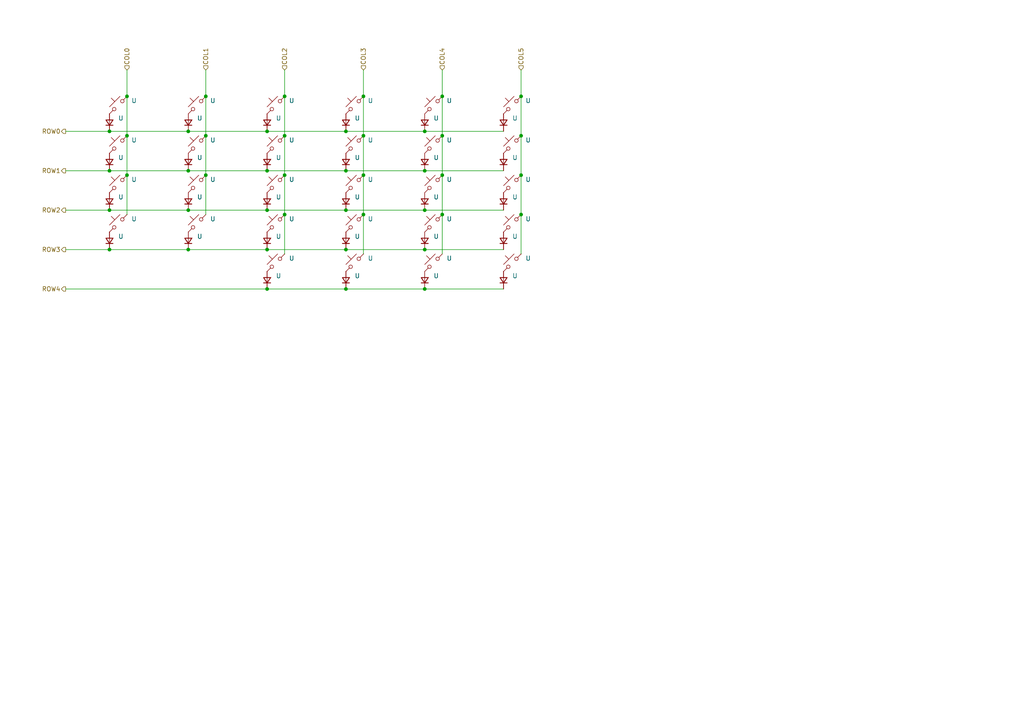
<source format=kicad_sch>
(kicad_sch (version 20220404) (generator eeschema)
  (paper "A4")
  (title_block (title "rkb1") (date "2022-05-21") (rev "dev-1"))
  (lib_symbols
    (symbol "Device:D_Small" (pin_numbers hide) (pin_names (offset 0.254) hide)
      (property "Reference" "D" (at -1.27 2.032 0))
      (property "Value" "D_Small" (at -3.81 -2.032 0))
      (symbol "D_Small_0_1"
        (polyline (pts (xy -0.762 -1.016) (xy -0.762 1.016)) (stroke (width 0.254)))
        (polyline (pts (xy -0.762 0) (xy 0.762 0)))
        (polyline (pts (xy 0.762 -1.016) (xy -0.762 0) (xy 0.762 1.016) (xy 0.762 -1.016)) (stroke (width 0.254)))
      )
      (symbol "D_Small_1_1"
        (pin passive line (at -2.54 0 0) (length 1.778) (name "K") (number "1"))
        (pin passive line (at 2.54 0 180) (length 1.778) (name "A") (number "2"))
      )
    )
    (symbol "Switch:SW_Push_45deg" (pin_numbers hide) (pin_names (offset 1.016) hide)
      (property "Reference" "SW" (at 3.048 1.016 0))
      (property "Value" "SW_Push_45deg" (at 0 -3.81 0))
      (symbol "SW_Push_45deg_0_1"
        (circle (center -1.1684 1.1684) (radius 0.508))
        (polyline (pts (xy -0.508 2.54) (xy 2.54 -0.508)))
        (polyline (pts (xy 1.016 1.016) (xy 2.032 2.032)))
        (polyline (pts (xy -2.54 2.54) (xy -1.524 1.524) (xy -1.524 1.524)))
        (polyline (pts (xy 1.524 -1.524) (xy 2.54 -2.54) (xy 2.54 -2.54) (xy 2.54 -2.54)))
        (circle (center 1.143 -1.1938) (radius 0.508))
        (pin passive line (at -2.54 2.54 0) (length 0) (name "1") (number "1"))
        (pin passive line (at 2.54 -2.54 180) (length 0) (name "2") (number "2"))
      )
    )
  )
  (junction (at 54.61 49.53))
  (junction (at 59.69 27.94))
  (junction (at 100.33 60.96))
  (junction (at 36.83 50.8))
  (junction (at 54.61 38.1))
  (junction (at 77.47 38.1))
  (junction (at 82.55 39.37))
  (junction (at 54.61 60.96))
  (junction (at 77.47 49.53))
  (junction (at 128.27 27.94))
  (junction (at 151.13 27.94))
  (junction (at 31.75 38.1))
  (junction (at 105.41 27.94))
  (junction (at 59.69 50.8))
  (junction (at 77.47 60.96))
  (junction (at 36.83 27.94))
  (junction (at 151.13 50.8))
  (junction (at 31.75 60.96))
  (junction (at 128.27 50.8))
  (junction (at 123.19 38.1))
  (junction (at 151.13 62.23))
  (junction (at 82.55 27.94))
  (junction (at 123.19 83.82))
  (junction (at 100.33 83.82))
  (junction (at 82.55 50.8))
  (junction (at 31.75 49.53))
  (junction (at 54.61 72.39))
  (junction (at 128.27 62.23))
  (junction (at 36.83 39.37))
  (junction (at 100.33 72.39))
  (junction (at 105.41 39.37))
  (junction (at 128.27 39.37))
  (junction (at 151.13 39.37))
  (junction (at 31.75 72.39))
  (junction (at 100.33 38.1))
  (junction (at 123.19 60.96))
  (junction (at 100.33 49.53))
  (junction (at 59.69 39.37))
  (junction (at 123.19 72.39))
  (junction (at 77.47 72.39))
  (junction (at 105.41 50.8))
  (junction (at 105.41 62.23))
  (junction (at 123.19 49.53))
  (junction (at 82.55 62.23))
  (junction (at 77.47 83.82))
  (wire (pts (xy 100.33 49.53) (xy 123.19 49.53)))
  (wire (pts (xy 123.19 60.96) (xy 146.05 60.96)))
  (wire (pts (xy 82.55 27.94) (xy 82.55 39.37)))
  (wire (pts (xy 82.55 20.32) (xy 82.55 27.94)))
  (wire (pts (xy 54.61 49.53) (xy 77.47 49.53)))
  (wire (pts (xy 151.13 27.94) (xy 151.13 39.37)))
  (wire (pts (xy 54.61 72.39) (xy 77.47 72.39)))
  (wire (pts (xy 105.41 20.32) (xy 105.41 27.94)))
  (wire (pts (xy 54.61 38.1) (xy 77.47 38.1)))
  (wire (pts (xy 36.83 27.94) (xy 36.83 39.37)))
  (wire (pts (xy 128.27 27.94) (xy 128.27 39.37)))
  (wire (pts (xy 123.19 72.39) (xy 146.05 72.39)))
  (wire (pts (xy 105.41 62.23) (xy 105.41 73.66)))
  (wire (pts (xy 36.83 39.37) (xy 36.83 50.8)))
  (wire (pts (xy 128.27 20.32) (xy 128.27 27.94)))
  (wire (pts (xy 77.47 60.96) (xy 100.33 60.96)))
  (wire (pts (xy 105.41 50.8) (xy 105.41 62.23)))
  (wire (pts (xy 31.75 60.96) (xy 54.61 60.96)))
  (wire (pts (xy 19.05 38.1) (xy 31.75 38.1)))
  (wire (pts (xy 128.27 50.8) (xy 128.27 62.23)))
  (wire (pts (xy 19.05 49.53) (xy 31.75 49.53)))
  (wire (pts (xy 54.61 60.96) (xy 77.47 60.96)))
  (wire (pts (xy 123.19 83.82) (xy 146.05 83.82)))
  (wire (pts (xy 59.69 50.8) (xy 59.69 62.23)))
  (wire (pts (xy 36.83 50.8) (xy 36.83 62.23)))
  (wire (pts (xy 31.75 49.53) (xy 54.61 49.53)))
  (wire (pts (xy 128.27 62.23) (xy 128.27 73.66)))
  (wire (pts (xy 19.05 72.39) (xy 31.75 72.39)))
  (wire (pts (xy 36.83 20.32) (xy 36.83 27.94)))
  (wire (pts (xy 77.47 49.53) (xy 100.33 49.53)))
  (wire (pts (xy 59.69 27.94) (xy 59.69 39.37)))
  (wire (pts (xy 151.13 39.37) (xy 151.13 50.8)))
  (wire (pts (xy 82.55 62.23) (xy 82.55 73.66)))
  (wire (pts (xy 151.13 20.32) (xy 151.13 27.94)))
  (wire (pts (xy 105.41 39.37) (xy 105.41 50.8)))
  (wire (pts (xy 82.55 39.37) (xy 82.55 50.8)))
  (wire (pts (xy 100.33 83.82) (xy 123.19 83.82)))
  (wire (pts (xy 59.69 39.37) (xy 59.69 50.8)))
  (wire (pts (xy 128.27 39.37) (xy 128.27 50.8)))
  (wire (pts (xy 77.47 83.82) (xy 100.33 83.82)))
  (wire (pts (xy 151.13 62.23) (xy 151.13 73.66)))
  (wire (pts (xy 105.41 27.94) (xy 105.41 39.37)))
  (wire (pts (xy 31.75 72.39) (xy 54.61 72.39)))
  (wire (pts (xy 100.33 72.39) (xy 123.19 72.39)))
  (wire (pts (xy 82.55 50.8) (xy 82.55 62.23)))
  (wire (pts (xy 19.05 60.96) (xy 31.75 60.96)))
  (wire (pts (xy 59.69 20.32) (xy 59.69 27.94)))
  (wire (pts (xy 77.47 38.1) (xy 100.33 38.1)))
  (wire (pts (xy 123.19 49.53) (xy 146.05 49.53)))
  (wire (pts (xy 123.19 38.1) (xy 146.05 38.1)))
  (wire (pts (xy 151.13 50.8) (xy 151.13 62.23)))
  (wire (pts (xy 100.33 60.96) (xy 123.19 60.96)))
  (wire (pts (xy 19.05 83.82) (xy 77.47 83.82)))
  (wire (pts (xy 77.47 72.39) (xy 100.33 72.39)))
  (wire (pts (xy 31.75 38.1) (xy 54.61 38.1)))
  (wire (pts (xy 100.33 38.1) (xy 123.19 38.1)))
  (hierarchical_label "ROW4" (shape output) (at 19.05 83.82 180))
  (hierarchical_label "COL4" (shape input) (at 128.27 20.32 90))
  (hierarchical_label "COL5" (shape input) (at 151.13 20.32 90))
  (hierarchical_label "COL3" (shape input) (at 105.41 20.32 90))
  (hierarchical_label "ROW2" (shape output) (at 19.05 60.96 180))
  (hierarchical_label "ROW1" (shape output) (at 19.05 49.53 180))
  (hierarchical_label "ROW0" (shape output) (at 19.05 38.1 180))
  (hierarchical_label "COL0" (shape input) (at 36.83 20.32 90))
  (hierarchical_label "ROW3" (shape output) (at 19.05 72.39 180))
  (hierarchical_label "COL1" (shape input) (at 59.69 20.32 90))
  (hierarchical_label "COL2" (shape input) (at 82.55 20.32 90))
  (symbol (lib_id "Device:D_Small") (at 146.05 69.85 90) (unit 1)
    (default_instance (reference "U") (unit 1) (value "") (footprint ""))
    (property "Reference" "U" (at 148.59 68.5799 90) (effects (justify right)))
  )
  (symbol (lib_id "Switch:SW_Push_45deg") (at 80.01 76.2 90) (unit 1)
    (default_instance (reference "U") (unit 1) (value "") (footprint ""))
    (property "Reference" "U" (at 83.82 74.9299 90) (effects (justify right)))
  )
  (symbol (lib_id "Switch:SW_Push_45deg") (at 102.87 53.34 90) (unit 1)
    (default_instance (reference "U") (unit 1) (value "") (footprint ""))
    (property "Reference" "U" (at 106.68 52.0699 90) (effects (justify right)))
  )
  (symbol (lib_id "Switch:SW_Push_45deg") (at 57.15 41.91 90) (unit 1)
    (default_instance (reference "U") (unit 1) (value "") (footprint ""))
    (property "Reference" "U" (at 60.96 40.6399 90) (effects (justify right)))
  )
  (symbol (lib_id "Switch:SW_Push_45deg") (at 148.59 64.77 90) (unit 1)
    (default_instance (reference "U") (unit 1) (value "") (footprint ""))
    (property "Reference" "U" (at 152.4 63.4999 90) (effects (justify right)))
  )
  (symbol (lib_id "Device:D_Small") (at 54.61 69.85 90) (unit 1)
    (default_instance (reference "U") (unit 1) (value "") (footprint ""))
    (property "Reference" "U" (at 57.15 68.5799 90) (effects (justify right)))
  )
  (symbol (lib_id "Switch:SW_Push_45deg") (at 80.01 53.34 90) (unit 1)
    (default_instance (reference "U") (unit 1) (value "") (footprint ""))
    (property "Reference" "U" (at 83.82 52.0699 90) (effects (justify right)))
  )
  (symbol (lib_id "Switch:SW_Push_45deg") (at 57.15 30.48 90) (unit 1)
    (default_instance (reference "U") (unit 1) (value "") (footprint ""))
    (property "Reference" "U" (at 60.96 29.2099 90) (effects (justify right)))
  )
  (symbol (lib_id "Device:D_Small") (at 123.19 58.42 90) (unit 1)
    (default_instance (reference "U") (unit 1) (value "") (footprint ""))
    (property "Reference" "U" (at 125.73 57.1499 90) (effects (justify right)))
  )
  (symbol (lib_id "Device:D_Small") (at 123.19 81.28 90) (unit 1)
    (default_instance (reference "U") (unit 1) (value "") (footprint ""))
    (property "Reference" "U" (at 125.73 80.0099 90) (effects (justify right)))
  )
  (symbol (lib_id "Switch:SW_Push_45deg") (at 34.29 30.48 90) (unit 1)
    (default_instance (reference "U") (unit 1) (value "") (footprint ""))
    (property "Reference" "U" (at 38.1 29.2099 90) (effects (justify right)))
  )
  (symbol (lib_id "Device:D_Small") (at 31.75 69.85 90) (unit 1)
    (default_instance (reference "U") (unit 1) (value "") (footprint ""))
    (property "Reference" "U" (at 34.29 68.5799 90) (effects (justify right)))
  )
  (symbol (lib_id "Device:D_Small") (at 146.05 35.56 90) (unit 1)
    (default_instance (reference "U") (unit 1) (value "") (footprint ""))
    (property "Reference" "U" (at 148.59 34.2899 90) (effects (justify right)))
  )
  (symbol (lib_id "Device:D_Small") (at 123.19 35.56 90) (unit 1)
    (default_instance (reference "U") (unit 1) (value "") (footprint ""))
    (property "Reference" "U" (at 125.73 34.2899 90) (effects (justify right)))
  )
  (symbol (lib_id "Device:D_Small") (at 77.47 69.85 90) (unit 1)
    (default_instance (reference "U") (unit 1) (value "") (footprint ""))
    (property "Reference" "U" (at 80.01 68.5799 90) (effects (justify right)))
  )
  (symbol (lib_id "Switch:SW_Push_45deg") (at 34.29 64.77 90) (unit 1)
    (default_instance (reference "U") (unit 1) (value "") (footprint ""))
    (property "Reference" "U" (at 38.1 63.4999 90) (effects (justify right)))
  )
  (symbol (lib_id "Switch:SW_Push_45deg") (at 80.01 30.48 90) (unit 1)
    (default_instance (reference "U") (unit 1) (value "") (footprint ""))
    (property "Reference" "U" (at 83.82 29.2099 90) (effects (justify right)))
  )
  (symbol (lib_id "Switch:SW_Push_45deg") (at 125.73 53.34 90) (unit 1)
    (default_instance (reference "U") (unit 1) (value "") (footprint ""))
    (property "Reference" "U" (at 129.54 52.0699 90) (effects (justify right)))
  )
  (symbol (lib_id "Switch:SW_Push_45deg") (at 125.73 64.77 90) (unit 1)
    (default_instance (reference "U") (unit 1) (value "") (footprint ""))
    (property "Reference" "U" (at 129.54 63.4999 90) (effects (justify right)))
  )
  (symbol (lib_id "Switch:SW_Push_45deg") (at 80.01 64.77 90) (unit 1)
    (default_instance (reference "U") (unit 1) (value "") (footprint ""))
    (property "Reference" "U" (at 83.82 63.4999 90) (effects (justify right)))
  )
  (symbol (lib_id "Switch:SW_Push_45deg") (at 57.15 64.77 90) (unit 1)
    (default_instance (reference "U") (unit 1) (value "") (footprint ""))
    (property "Reference" "U" (at 60.96 63.4999 90) (effects (justify right)))
  )
  (symbol (lib_id "Switch:SW_Push_45deg") (at 102.87 64.77 90) (unit 1)
    (default_instance (reference "U") (unit 1) (value "") (footprint ""))
    (property "Reference" "U" (at 106.68 63.4999 90) (effects (justify right)))
  )
  (symbol (lib_id "Device:D_Small") (at 100.33 58.42 90) (unit 1)
    (default_instance (reference "U") (unit 1) (value "") (footprint ""))
    (property "Reference" "U" (at 102.87 57.1499 90) (effects (justify right)))
  )
  (symbol (lib_id "Device:D_Small") (at 31.75 58.42 90) (unit 1)
    (default_instance (reference "U") (unit 1) (value "") (footprint ""))
    (property "Reference" "U" (at 34.29 57.1499 90) (effects (justify right)))
  )
  (symbol (lib_id "Device:D_Small") (at 54.61 46.99 90) (unit 1)
    (default_instance (reference "U") (unit 1) (value "") (footprint ""))
    (property "Reference" "U" (at 57.15 45.7199 90) (effects (justify right)))
  )
  (symbol (lib_id "Device:D_Small") (at 100.33 69.85 90) (unit 1)
    (default_instance (reference "U") (unit 1) (value "") (footprint ""))
    (property "Reference" "U" (at 102.87 68.5799 90) (effects (justify right)))
  )
  (symbol (lib_id "Switch:SW_Push_45deg") (at 102.87 41.91 90) (unit 1)
    (default_instance (reference "U") (unit 1) (value "") (footprint ""))
    (property "Reference" "U" (at 106.68 40.6399 90) (effects (justify right)))
  )
  (symbol (lib_id "Device:D_Small") (at 77.47 81.28 90) (unit 1)
    (default_instance (reference "U") (unit 1) (value "") (footprint ""))
    (property "Reference" "U" (at 80.01 80.0099 90) (effects (justify right)))
  )
  (symbol (lib_id "Device:D_Small") (at 77.47 58.42 90) (unit 1)
    (default_instance (reference "U") (unit 1) (value "") (footprint ""))
    (property "Reference" "U" (at 80.01 57.1499 90) (effects (justify right)))
  )
  (symbol (lib_id "Device:D_Small") (at 54.61 58.42 90) (unit 1)
    (default_instance (reference "U") (unit 1) (value "") (footprint ""))
    (property "Reference" "U" (at 57.15 57.1499 90) (effects (justify right)))
  )
  (symbol (lib_id "Device:D_Small") (at 31.75 46.99 90) (unit 1)
    (default_instance (reference "U") (unit 1) (value "") (footprint ""))
    (property "Reference" "U" (at 34.29 45.7199 90) (effects (justify right)))
  )
  (symbol (lib_id "Switch:SW_Push_45deg") (at 125.73 30.48 90) (unit 1)
    (default_instance (reference "U") (unit 1) (value "") (footprint ""))
    (property "Reference" "U" (at 129.54 29.2099 90) (effects (justify right)))
  )
  (symbol (lib_id "Switch:SW_Push_45deg") (at 57.15 53.34 90) (unit 1)
    (default_instance (reference "U") (unit 1) (value "") (footprint ""))
    (property "Reference" "U" (at 60.96 52.0699 90) (effects (justify right)))
  )
  (symbol (lib_id "Device:D_Small") (at 100.33 81.28 90) (unit 1)
    (default_instance (reference "U") (unit 1) (value "") (footprint ""))
    (property "Reference" "U" (at 102.87 80.0099 90) (effects (justify right)))
  )
  (symbol (lib_id "Device:D_Small") (at 100.33 46.99 90) (unit 1)
    (default_instance (reference "U") (unit 1) (value "") (footprint ""))
    (property "Reference" "U" (at 102.87 45.7199 90) (effects (justify right)))
  )
  (symbol (lib_id "Device:D_Small") (at 31.75 35.56 90) (unit 1)
    (default_instance (reference "U") (unit 1) (value "") (footprint ""))
    (property "Reference" "U" (at 34.29 34.2899 90) (effects (justify right)))
  )
  (symbol (lib_id "Switch:SW_Push_45deg") (at 125.73 41.91 90) (unit 1)
    (default_instance (reference "U") (unit 1) (value "") (footprint ""))
    (property "Reference" "U" (at 129.54 40.6399 90) (effects (justify right)))
  )
  (symbol (lib_id "Switch:SW_Push_45deg") (at 80.01 41.91 90) (unit 1)
    (default_instance (reference "U") (unit 1) (value "") (footprint ""))
    (property "Reference" "U" (at 83.82 40.6399 90) (effects (justify right)))
  )
  (symbol (lib_id "Device:D_Small") (at 146.05 46.99 90) (unit 1)
    (default_instance (reference "U") (unit 1) (value "") (footprint ""))
    (property "Reference" "U" (at 148.59 45.7199 90) (effects (justify right)))
  )
  (symbol (lib_id "Device:D_Small") (at 54.61 35.56 90) (unit 1)
    (default_instance (reference "U") (unit 1) (value "") (footprint ""))
    (property "Reference" "U" (at 57.15 34.2899 90) (effects (justify right)))
  )
  (symbol (lib_id "Switch:SW_Push_45deg") (at 102.87 76.2 90) (unit 1)
    (default_instance (reference "U") (unit 1) (value "") (footprint ""))
    (property "Reference" "U" (at 106.68 74.9299 90) (effects (justify right)))
  )
  (symbol (lib_id "Device:D_Small") (at 123.19 69.85 90) (unit 1)
    (default_instance (reference "U") (unit 1) (value "") (footprint ""))
    (property "Reference" "U" (at 125.73 68.5799 90) (effects (justify right)))
  )
  (symbol (lib_id "Device:D_Small") (at 146.05 81.28 90) (unit 1)
    (default_instance (reference "U") (unit 1) (value "") (footprint ""))
    (property "Reference" "U" (at 148.59 80.0099 90) (effects (justify right)))
  )
  (symbol (lib_id "Switch:SW_Push_45deg") (at 148.59 76.2 90) (unit 1)
    (default_instance (reference "U") (unit 1) (value "") (footprint ""))
    (property "Reference" "U" (at 152.4 74.9299 90) (effects (justify right)))
  )
  (symbol (lib_id "Device:D_Small") (at 123.19 46.99 90) (unit 1)
    (default_instance (reference "U") (unit 1) (value "") (footprint ""))
    (property "Reference" "U" (at 125.73 45.7199 90) (effects (justify right)))
  )
  (symbol (lib_id "Device:D_Small") (at 146.05 58.42 90) (unit 1)
    (default_instance (reference "U") (unit 1) (value "") (footprint ""))
    (property "Reference" "U" (at 148.59 57.1499 90) (effects (justify right)))
  )
  (symbol (lib_id "Switch:SW_Push_45deg") (at 148.59 30.48 90) (unit 1)
    (default_instance (reference "U") (unit 1) (value "") (footprint ""))
    (property "Reference" "U" (at 152.4 29.2099 90) (effects (justify right)))
  )
  (symbol (lib_id "Switch:SW_Push_45deg") (at 148.59 53.34 90) (unit 1)
    (default_instance (reference "U") (unit 1) (value "") (footprint ""))
    (property "Reference" "U" (at 152.4 52.0699 90) (effects (justify right)))
  )
  (symbol (lib_id "Switch:SW_Push_45deg") (at 34.29 53.34 90) (unit 1)
    (default_instance (reference "U") (unit 1) (value "") (footprint ""))
    (property "Reference" "U" (at 38.1 52.0699 90) (effects (justify right)))
  )
  (symbol (lib_id "Device:D_Small") (at 77.47 46.99 90) (unit 1)
    (default_instance (reference "U") (unit 1) (value "") (footprint ""))
    (property "Reference" "U" (at 80.01 45.7199 90) (effects (justify right)))
  )
  (symbol (lib_id "Switch:SW_Push_45deg") (at 125.73 76.2 90) (unit 1)
    (default_instance (reference "U") (unit 1) (value "") (footprint ""))
    (property "Reference" "U" (at 129.54 74.9299 90) (effects (justify right)))
  )
  (symbol (lib_id "Switch:SW_Push_45deg") (at 34.29 41.91 90) (unit 1)
    (default_instance (reference "U") (unit 1) (value "") (footprint ""))
    (property "Reference" "U" (at 38.1 40.6399 90) (effects (justify right)))
  )
  (symbol (lib_id "Switch:SW_Push_45deg") (at 102.87 30.48 90) (unit 1)
    (default_instance (reference "U") (unit 1) (value "") (footprint ""))
    (property "Reference" "U" (at 106.68 29.2099 90) (effects (justify right)))
  )
  (symbol (lib_id "Switch:SW_Push_45deg") (at 148.59 41.91 90) (unit 1)
    (default_instance (reference "U") (unit 1) (value "") (footprint ""))
    (property "Reference" "U" (at 152.4 40.6399 90) (effects (justify right)))
  )
  (symbol (lib_id "Device:D_Small") (at 77.47 35.56 90) (unit 1)
    (default_instance (reference "U") (unit 1) (value "") (footprint ""))
    (property "Reference" "U" (at 80.01 34.2899 90) (effects (justify right)))
  )
  (symbol (lib_id "Device:D_Small") (at 100.33 35.56 90) (unit 1)
    (default_instance (reference "U") (unit 1) (value "") (footprint ""))
    (property "Reference" "U" (at 102.87 34.2899 90) (effects (justify right)))
  )
)
</source>
